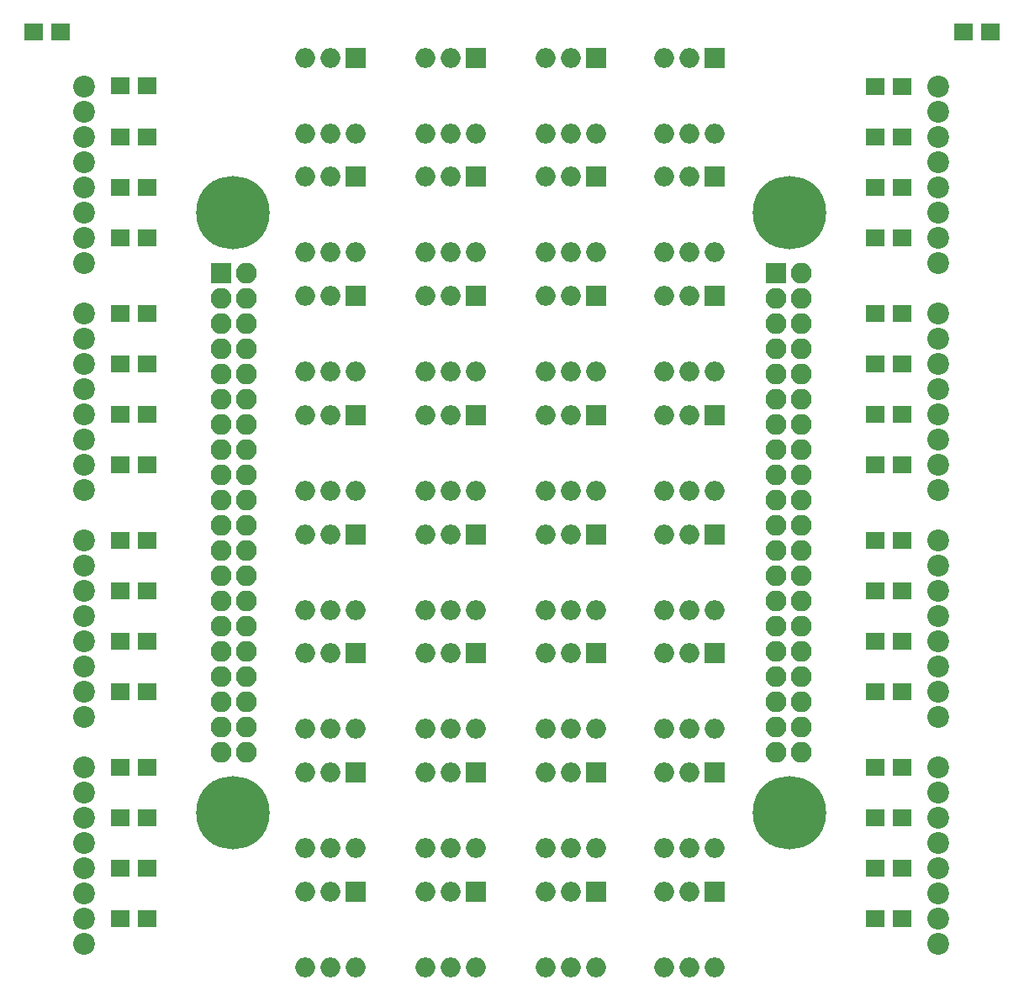
<source format=gts>
G04 #@! TF.FileFunction,Soldermask,Top*
%FSLAX46Y46*%
G04 Gerber Fmt 4.6, Leading zero omitted, Abs format (unit mm)*
G04 Created by KiCad (PCBNEW 4.0.7) date 02/16/18 20:59:03*
%MOMM*%
%LPD*%
G01*
G04 APERTURE LIST*
%ADD10C,0.100000*%
%ADD11R,1.900000X1.700000*%
%ADD12R,2.000000X2.000000*%
%ADD13O,2.000000X2.000000*%
%ADD14R,2.100000X2.100000*%
%ADD15O,2.100000X2.100000*%
%ADD16C,2.200000*%
%ADD17C,7.400000*%
G04 APERTURE END LIST*
D10*
D11*
X142650000Y-30260000D03*
X145350000Y-30260000D03*
X142650000Y-35360000D03*
X145350000Y-35360000D03*
X142650000Y-40440000D03*
X145350000Y-40440000D03*
X142650000Y-45530000D03*
X145350000Y-45530000D03*
X142650000Y-53140000D03*
X145350000Y-53140000D03*
X142650000Y-58220000D03*
X145350000Y-58220000D03*
X142650000Y-63300000D03*
X145350000Y-63300000D03*
X142650000Y-68390000D03*
X145350000Y-68390000D03*
X142650000Y-76000000D03*
X145350000Y-76000000D03*
X142650000Y-81080000D03*
X145350000Y-81080000D03*
X142650000Y-86160000D03*
X145350000Y-86160000D03*
X142650000Y-91250000D03*
X145350000Y-91250000D03*
X142650000Y-98860000D03*
X145350000Y-98860000D03*
X142650000Y-103940000D03*
X145350000Y-103940000D03*
X142650000Y-109020000D03*
X145350000Y-109020000D03*
X142650000Y-114110000D03*
X145350000Y-114110000D03*
X221350000Y-30350000D03*
X218650000Y-30350000D03*
X221350000Y-35390000D03*
X218650000Y-35390000D03*
X221350000Y-40490000D03*
X218650000Y-40490000D03*
X221350000Y-45550000D03*
X218650000Y-45550000D03*
X221340000Y-53170000D03*
X218640000Y-53170000D03*
X221350000Y-58250000D03*
X218650000Y-58250000D03*
X221340000Y-63320000D03*
X218640000Y-63320000D03*
X221350000Y-68430000D03*
X218650000Y-68430000D03*
X221350000Y-76020000D03*
X218650000Y-76020000D03*
X221350000Y-81110000D03*
X218650000Y-81110000D03*
X221340000Y-86200000D03*
X218640000Y-86200000D03*
X221350000Y-91270000D03*
X218650000Y-91270000D03*
X221350000Y-98890000D03*
X218650000Y-98890000D03*
X221340000Y-103970000D03*
X218640000Y-103970000D03*
X221350000Y-109060000D03*
X218650000Y-109060000D03*
X221350000Y-114130000D03*
X218650000Y-114130000D03*
D12*
X166380000Y-27410000D03*
D13*
X161300000Y-35030000D03*
X163840000Y-27410000D03*
X163840000Y-35030000D03*
X161300000Y-27410000D03*
X166380000Y-35030000D03*
D12*
X178440000Y-27410000D03*
D13*
X173360000Y-35030000D03*
X175900000Y-27410000D03*
X175900000Y-35030000D03*
X173360000Y-27410000D03*
X178440000Y-35030000D03*
D12*
X166380000Y-39410000D03*
D13*
X161300000Y-47030000D03*
X163840000Y-39410000D03*
X163840000Y-47030000D03*
X161300000Y-39410000D03*
X166380000Y-47030000D03*
D12*
X178440000Y-39410000D03*
D13*
X173360000Y-47030000D03*
X175900000Y-39410000D03*
X175900000Y-47030000D03*
X173360000Y-39410000D03*
X178440000Y-47030000D03*
D12*
X166380000Y-51410000D03*
D13*
X161300000Y-59030000D03*
X163840000Y-51410000D03*
X163840000Y-59030000D03*
X161300000Y-51410000D03*
X166380000Y-59030000D03*
D12*
X178440000Y-51410000D03*
D13*
X173360000Y-59030000D03*
X175900000Y-51410000D03*
X175900000Y-59030000D03*
X173360000Y-51410000D03*
X178440000Y-59030000D03*
D12*
X166380000Y-63410000D03*
D13*
X161300000Y-71030000D03*
X163840000Y-63410000D03*
X163840000Y-71030000D03*
X161300000Y-63410000D03*
X166380000Y-71030000D03*
D12*
X178440000Y-63410000D03*
D13*
X173360000Y-71030000D03*
X175900000Y-63410000D03*
X175900000Y-71030000D03*
X173360000Y-63410000D03*
X178440000Y-71030000D03*
D12*
X166380000Y-75410000D03*
D13*
X161300000Y-83030000D03*
X163840000Y-75410000D03*
X163840000Y-83030000D03*
X161300000Y-75410000D03*
X166380000Y-83030000D03*
D12*
X178440000Y-75410000D03*
D13*
X173360000Y-83030000D03*
X175900000Y-75410000D03*
X175900000Y-83030000D03*
X173360000Y-75410000D03*
X178440000Y-83030000D03*
D12*
X166380000Y-87410000D03*
D13*
X161300000Y-95030000D03*
X163840000Y-87410000D03*
X163840000Y-95030000D03*
X161300000Y-87410000D03*
X166380000Y-95030000D03*
D12*
X178440000Y-87410000D03*
D13*
X173360000Y-95030000D03*
X175900000Y-87410000D03*
X175900000Y-95030000D03*
X173360000Y-87410000D03*
X178440000Y-95030000D03*
D12*
X166380000Y-99410000D03*
D13*
X161300000Y-107030000D03*
X163840000Y-99410000D03*
X163840000Y-107030000D03*
X161300000Y-99410000D03*
X166380000Y-107030000D03*
D12*
X178440000Y-99410000D03*
D13*
X173360000Y-107030000D03*
X175900000Y-99410000D03*
X175900000Y-107030000D03*
X173360000Y-99410000D03*
X178440000Y-107030000D03*
D12*
X166380000Y-111410000D03*
D13*
X161300000Y-119030000D03*
X163840000Y-111410000D03*
X163840000Y-119030000D03*
X161300000Y-111410000D03*
X166380000Y-119030000D03*
D12*
X178440000Y-111410000D03*
D13*
X173360000Y-119030000D03*
X175900000Y-111410000D03*
X175900000Y-119030000D03*
X173360000Y-111410000D03*
X178440000Y-119030000D03*
D12*
X202520000Y-27410000D03*
D13*
X197440000Y-35030000D03*
X199980000Y-27410000D03*
X199980000Y-35030000D03*
X197440000Y-27410000D03*
X202520000Y-35030000D03*
D12*
X190540000Y-27410000D03*
D13*
X185460000Y-35030000D03*
X188000000Y-27410000D03*
X188000000Y-35030000D03*
X185460000Y-27410000D03*
X190540000Y-35030000D03*
D12*
X202520000Y-39410000D03*
D13*
X197440000Y-47030000D03*
X199980000Y-39410000D03*
X199980000Y-47030000D03*
X197440000Y-39410000D03*
X202520000Y-47030000D03*
D12*
X190540000Y-39410000D03*
D13*
X185460000Y-47030000D03*
X188000000Y-39410000D03*
X188000000Y-47030000D03*
X185460000Y-39410000D03*
X190540000Y-47030000D03*
D12*
X202520000Y-51410000D03*
D13*
X197440000Y-59030000D03*
X199980000Y-51410000D03*
X199980000Y-59030000D03*
X197440000Y-51410000D03*
X202520000Y-59030000D03*
D12*
X190540000Y-51410000D03*
D13*
X185460000Y-59030000D03*
X188000000Y-51410000D03*
X188000000Y-59030000D03*
X185460000Y-51410000D03*
X190540000Y-59030000D03*
D12*
X202520000Y-63410000D03*
D13*
X197440000Y-71030000D03*
X199980000Y-63410000D03*
X199980000Y-71030000D03*
X197440000Y-63410000D03*
X202520000Y-71030000D03*
D12*
X190540000Y-63410000D03*
D13*
X185460000Y-71030000D03*
X188000000Y-63410000D03*
X188000000Y-71030000D03*
X185460000Y-63410000D03*
X190540000Y-71030000D03*
D12*
X202520000Y-75410000D03*
D13*
X197440000Y-83030000D03*
X199980000Y-75410000D03*
X199980000Y-83030000D03*
X197440000Y-75410000D03*
X202520000Y-83030000D03*
D12*
X190540000Y-75410000D03*
D13*
X185460000Y-83030000D03*
X188000000Y-75410000D03*
X188000000Y-83030000D03*
X185460000Y-75410000D03*
X190540000Y-83030000D03*
D12*
X202520000Y-87410000D03*
D13*
X197440000Y-95030000D03*
X199980000Y-87410000D03*
X199980000Y-95030000D03*
X197440000Y-87410000D03*
X202520000Y-95030000D03*
D12*
X190540000Y-87410000D03*
D13*
X185460000Y-95030000D03*
X188000000Y-87410000D03*
X188000000Y-95030000D03*
X185460000Y-87410000D03*
X190540000Y-95030000D03*
D12*
X202520000Y-99410000D03*
D13*
X197440000Y-107030000D03*
X199980000Y-99410000D03*
X199980000Y-107030000D03*
X197440000Y-99410000D03*
X202520000Y-107030000D03*
D12*
X190540000Y-99410000D03*
D13*
X185460000Y-107030000D03*
X188000000Y-99410000D03*
X188000000Y-107030000D03*
X185460000Y-99410000D03*
X190540000Y-107030000D03*
D12*
X202520000Y-111410000D03*
D13*
X197440000Y-119030000D03*
X199980000Y-111410000D03*
X199980000Y-119030000D03*
X197440000Y-111410000D03*
X202520000Y-119030000D03*
D12*
X190540000Y-111410000D03*
D13*
X185460000Y-119030000D03*
X188000000Y-111410000D03*
X188000000Y-119030000D03*
X185460000Y-111410000D03*
X190540000Y-119030000D03*
D14*
X152830000Y-49130000D03*
D15*
X155370000Y-49130000D03*
X152830000Y-51670000D03*
X155370000Y-51670000D03*
X152830000Y-54210000D03*
X155370000Y-54210000D03*
X152830000Y-56750000D03*
X155370000Y-56750000D03*
X152830000Y-59290000D03*
X155370000Y-59290000D03*
X152830000Y-61830000D03*
X155370000Y-61830000D03*
X152830000Y-64370000D03*
X155370000Y-64370000D03*
X152830000Y-66910000D03*
X155370000Y-66910000D03*
X152830000Y-69450000D03*
X155370000Y-69450000D03*
X152830000Y-71990000D03*
X155370000Y-71990000D03*
X152830000Y-74530000D03*
X155370000Y-74530000D03*
X152830000Y-77070000D03*
X155370000Y-77070000D03*
X152830000Y-79610000D03*
X155370000Y-79610000D03*
X152830000Y-82150000D03*
X155370000Y-82150000D03*
X152830000Y-84690000D03*
X155370000Y-84690000D03*
X152830000Y-87230000D03*
X155370000Y-87230000D03*
X152830000Y-89770000D03*
X155370000Y-89770000D03*
X152830000Y-92310000D03*
X155370000Y-92310000D03*
X152830000Y-94850000D03*
X155370000Y-94850000D03*
X152830000Y-97390000D03*
X155370000Y-97390000D03*
D14*
X208710000Y-49130000D03*
D15*
X211250000Y-49130000D03*
X208710000Y-51670000D03*
X211250000Y-51670000D03*
X208710000Y-54210000D03*
X211250000Y-54210000D03*
X208710000Y-56750000D03*
X211250000Y-56750000D03*
X208710000Y-59290000D03*
X211250000Y-59290000D03*
X208710000Y-61830000D03*
X211250000Y-61830000D03*
X208710000Y-64370000D03*
X211250000Y-64370000D03*
X208710000Y-66910000D03*
X211250000Y-66910000D03*
X208710000Y-69450000D03*
X211250000Y-69450000D03*
X208710000Y-71990000D03*
X211250000Y-71990000D03*
X208710000Y-74530000D03*
X211250000Y-74530000D03*
X208710000Y-77070000D03*
X211250000Y-77070000D03*
X208710000Y-79610000D03*
X211250000Y-79610000D03*
X208710000Y-82150000D03*
X211250000Y-82150000D03*
X208710000Y-84690000D03*
X211250000Y-84690000D03*
X208710000Y-87230000D03*
X211250000Y-87230000D03*
X208710000Y-89770000D03*
X211250000Y-89770000D03*
X208710000Y-92310000D03*
X211250000Y-92310000D03*
X208710000Y-94850000D03*
X211250000Y-94850000D03*
X208710000Y-97390000D03*
X211250000Y-97390000D03*
D16*
X138990000Y-30280000D03*
X138990000Y-32820000D03*
X138990000Y-35360000D03*
X138990000Y-37900000D03*
X138990000Y-40440000D03*
X138990000Y-42980000D03*
X138990000Y-45520000D03*
X138990000Y-48060000D03*
X138990000Y-53140000D03*
X138990000Y-55680000D03*
X138990000Y-58220000D03*
X138990000Y-60760000D03*
X138990000Y-63300000D03*
X138990000Y-65840000D03*
X138990000Y-68380000D03*
X138990000Y-70920000D03*
X138990000Y-76000000D03*
X138990000Y-78540000D03*
X138990000Y-81080000D03*
X138990000Y-83620000D03*
X138990000Y-86160000D03*
X138990000Y-88700000D03*
X138990000Y-91240000D03*
X138990000Y-93780000D03*
X138990000Y-98860000D03*
X138990000Y-101400000D03*
X138990000Y-103940000D03*
X138990000Y-106480000D03*
X138990000Y-109020000D03*
X138990000Y-111560000D03*
X138990000Y-114100000D03*
X138990000Y-116640000D03*
X225030000Y-48090000D03*
X225030000Y-45550000D03*
X225030000Y-43010000D03*
X225030000Y-40470000D03*
X225030000Y-37930000D03*
X225030000Y-35390000D03*
X225030000Y-32850000D03*
X225030000Y-30310000D03*
X225030000Y-70950000D03*
X225030000Y-68410000D03*
X225030000Y-65870000D03*
X225030000Y-63330000D03*
X225030000Y-60790000D03*
X225030000Y-58250000D03*
X225030000Y-55710000D03*
X225030000Y-53170000D03*
X225030000Y-93810000D03*
X225030000Y-91270000D03*
X225030000Y-88730000D03*
X225030000Y-86190000D03*
X225030000Y-83650000D03*
X225030000Y-81110000D03*
X225030000Y-78570000D03*
X225030000Y-76030000D03*
X225030000Y-116670000D03*
X225030000Y-114130000D03*
X225030000Y-111590000D03*
X225030000Y-109050000D03*
X225030000Y-106510000D03*
X225030000Y-103970000D03*
X225030000Y-101430000D03*
X225030000Y-98890000D03*
D17*
X154000000Y-43000000D03*
X154000000Y-103500000D03*
X210000000Y-103500000D03*
X210000000Y-43000000D03*
D11*
X230230000Y-24810000D03*
X227530000Y-24810000D03*
X133940000Y-24810000D03*
X136640000Y-24810000D03*
M02*

</source>
